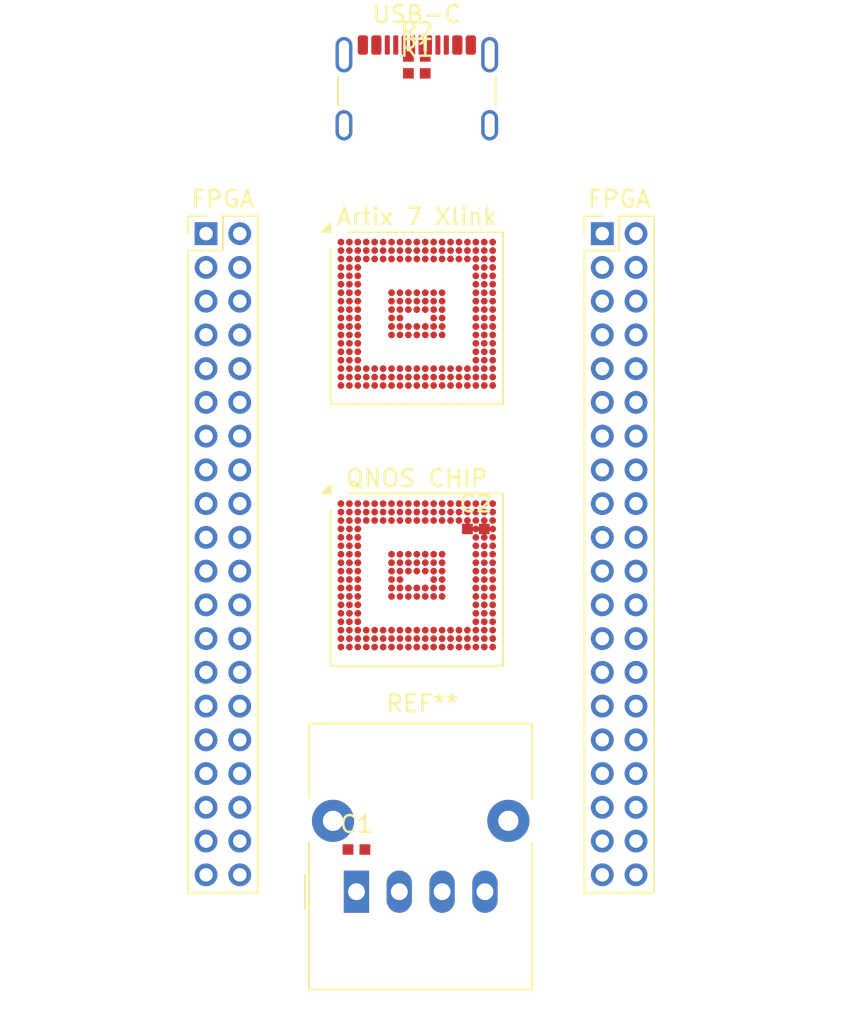
<source format=kicad_pcb>
(kicad_pcb (version 20240108) (generator "pcbnew") (generator_version "8.0")
  (layers (0 "F.Cu" signal) (31 "B.Cu" signal) (34 "B.Paste" user) (35 "F.Paste" user) (36 "B.SilkS" user "B.Silkscreen") (37 "F.SilkS" user "F.Silkscreen") (38 "B.Mask" user) (39 "F.Mask" user) (44 "Edge.Cuts" user))
  (net 0 "")
  (net 1 "GND")
  (net 2 "Vcc")
  (net 3 "Fiber_Out")
  (net 4 "USB_D+")
  (net 5 "USB_D-")
  (net 6 "chip_D+")
  (net 7 "chip_D-")
  (footprint "Xilinx_CPG236" (layer "F.Cu") (at 116 122)
    (property "Reference" "QNOS CHIP")
    (property "Value" "QNOS CHIP")
  )
  (footprint "Xilinx_CPG236" (layer "F.Cu") (at 116 106.5)
    (property "Reference" "Artix 7 Xlink")
    (property "Value" "Xilinx_CPG236")
  )
  (footprint "Connector_PinHeader_2.00mm:PinHeader_2x20_P2.00mm_Vertical" (layer "F.Cu") (at 127 101.5)
    (property "Reference" "FPGA")
    (property "Value" "PinHeader_2x20_P2.00mm_Vertical")
  )
  (footprint "OptoDevice:Toshiba_TORX170_TORX173_TORX193_TORX194" (layer "F.Cu") (at 112.42 140.5)
    (property "Reference" "REF**")
    (property "Value" "Toshiba_TORX170_TORX173_TORX193_TORX194")
  )
  (footprint "Connector_USB:USB_C_Receptacle_GCT_USB4105-xx-A_16P_TopMnt_Horizontal" (layer "F.Cu") (at 116 94)
    (property "Reference" "USB-C")
    (property "Value" "USB_C_Receptacle_GCT_USB4105-xx-A_16P_TopMnt_Horizontal")
  )
  (footprint "Connector_PinHeader_2.00mm:PinHeader_2x20_P2.00mm_Vertical" (layer "F.Cu") (at 103.5 101.5)
    (property "Reference" "FPGA")
    (property "Value" "PinHeader_2x20_P2.00mm_Vertical")
  )
  (footprint "Capacitor_SMD:C_0402_1005Metric" (layer "F.Cu") (at 112.42 138)
    (property "Reference" "C1")
    (property "Value" "0.1uF")
  )
  (footprint "Resistor_SMD:R_0402_1005Metric" (layer "F.Cu") (at 116 92)
    (property "Reference" "R1")
    (property "Value" "22")
  )
  (footprint "Resistor_SMD:R_0402_1005Metric" (layer "F.Cu") (at 116 91)
    (property "Reference" "R2")
    (property "Value" "22")
  )
  (footprint "Capacitor_SMD:C_0402_1005Metric" (layer "F.Cu") (at 119.5 119)
    (property "Reference" "C2")
    (property "Value" "0.1uF")
  )
)
</source>
